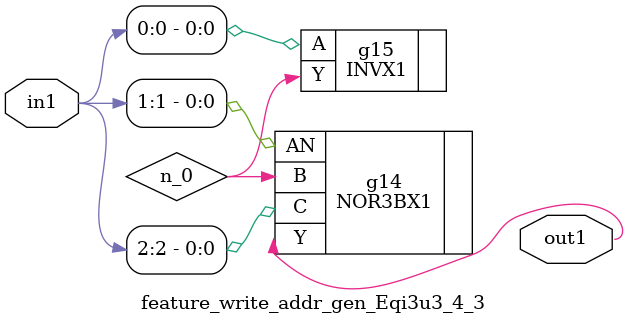
<source format=v>
`timescale 1ps / 1ps


module feature_write_addr_gen_Eqi3u3_4_3(in1, out1);
  input [2:0] in1;
  output out1;
  wire [2:0] in1;
  wire out1;
  wire n_0;
  NOR3BX1 g14(.AN (in1[1]), .B (n_0), .C (in1[2]), .Y (out1));
  INVX1 g15(.A (in1[0]), .Y (n_0));
endmodule



</source>
